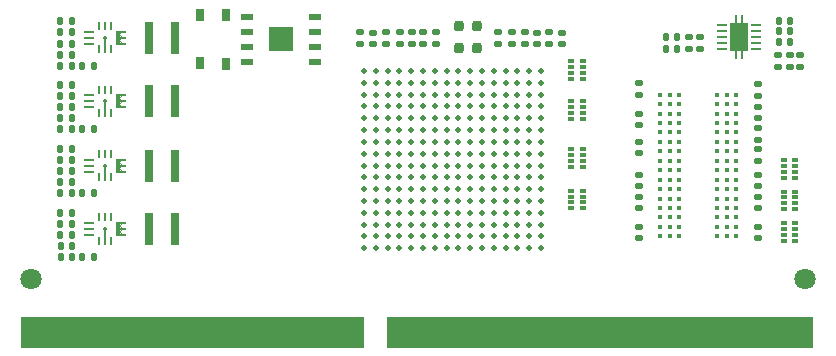
<source format=gbr>
%TF.GenerationSoftware,KiCad,Pcbnew,(6.0.4)*%
%TF.CreationDate,2022-07-06T17:02:14+08:00*%
%TF.ProjectId,XC6SLX25(FTG256)_Min,58433653-4c58-4323-9528-465447323536,rev?*%
%TF.SameCoordinates,Original*%
%TF.FileFunction,Soldermask,Top*%
%TF.FilePolarity,Negative*%
%FSLAX46Y46*%
G04 Gerber Fmt 4.6, Leading zero omitted, Abs format (unit mm)*
G04 Created by KiCad (PCBNEW (6.0.4)) date 2022-07-06 17:02:14*
%MOMM*%
%LPD*%
G01*
G04 APERTURE LIST*
G04 Aperture macros list*
%AMRoundRect*
0 Rectangle with rounded corners*
0 $1 Rounding radius*
0 $2 $3 $4 $5 $6 $7 $8 $9 X,Y pos of 4 corners*
0 Add a 4 corners polygon primitive as box body*
4,1,4,$2,$3,$4,$5,$6,$7,$8,$9,$2,$3,0*
0 Add four circle primitives for the rounded corners*
1,1,$1+$1,$2,$3*
1,1,$1+$1,$4,$5*
1,1,$1+$1,$6,$7*
1,1,$1+$1,$8,$9*
0 Add four rect primitives between the rounded corners*
20,1,$1+$1,$2,$3,$4,$5,0*
20,1,$1+$1,$4,$5,$6,$7,0*
20,1,$1+$1,$6,$7,$8,$9,0*
20,1,$1+$1,$8,$9,$2,$3,0*%
%AMOutline4P*
0 Free polygon, 4 corners , with rotation*
0 The origin of the aperture is its center*
0 number of corners: always 4*
0 $1 to $8 corner X, Y*
0 $9 Rotation angle, in degrees counterclockwise*
0 create outline with 4 corners*
4,1,4,$1,$2,$3,$4,$5,$6,$7,$8,$1,$2,$9*%
G04 Aperture macros list end*
%ADD10C,0.010000*%
%ADD11RoundRect,0.135000X0.135000X0.185000X-0.135000X0.185000X-0.135000X-0.185000X0.135000X-0.185000X0*%
%ADD12R,0.800000X2.700000*%
%ADD13RoundRect,0.135000X0.185000X-0.135000X0.185000X0.135000X-0.185000X0.135000X-0.185000X-0.135000X0*%
%ADD14RoundRect,0.140000X-0.140000X-0.170000X0.140000X-0.170000X0.140000X0.170000X-0.140000X0.170000X0*%
%ADD15RoundRect,0.135000X-0.185000X0.135000X-0.185000X-0.135000X0.185000X-0.135000X0.185000X0.135000X0*%
%ADD16RoundRect,0.140000X0.170000X-0.140000X0.170000X0.140000X-0.170000X0.140000X-0.170000X-0.140000X0*%
%ADD17RoundRect,0.135000X-0.135000X-0.185000X0.135000X-0.185000X0.135000X0.185000X-0.135000X0.185000X0*%
%ADD18R,0.500000X0.320000*%
%ADD19RoundRect,0.140000X0.140000X0.170000X-0.140000X0.170000X-0.140000X-0.170000X0.140000X-0.170000X0*%
%ADD20O,0.250000X0.750000*%
%ADD21O,0.900000X0.250000*%
%ADD22O,0.300000X0.500000*%
%ADD23Outline4P,-0.050000X-0.150000X0.050000X-0.150000X0.050000X0.150000X-0.050000X0.150000X225.000000*%
%ADD24Outline4P,-0.050000X-0.150000X0.050000X-0.150000X0.050000X0.150000X-0.050000X0.150000X135.000000*%
%ADD25RoundRect,0.100000X-0.100000X0.525000X-0.100000X-0.525000X0.100000X-0.525000X0.100000X0.525000X0*%
%ADD26Outline4P,-0.050000X-0.150000X0.050000X-0.150000X0.050000X0.150000X-0.050000X0.150000X45.000000*%
%ADD27R,0.650000X1.050000*%
%ADD28C,0.380000*%
%ADD29RoundRect,0.147500X-0.147500X-0.172500X0.147500X-0.172500X0.147500X0.172500X-0.147500X0.172500X0*%
%ADD30RoundRect,0.140000X-0.170000X0.140000X-0.170000X-0.140000X0.170000X-0.140000X0.170000X0.140000X0*%
%ADD31RoundRect,0.200000X-0.200000X-0.250000X0.200000X-0.250000X0.200000X0.250000X-0.200000X0.250000X0*%
%ADD32RoundRect,0.147500X0.172500X-0.147500X0.172500X0.147500X-0.172500X0.147500X-0.172500X-0.147500X0*%
%ADD33R,1.100000X0.500000*%
%ADD34R,2.000000X2.000000*%
%ADD35C,0.500000*%
%ADD36R,0.850000X0.280000*%
%ADD37R,1.650000X2.400000*%
%ADD38R,0.280000X0.700000*%
%ADD39C,1.800000*%
G04 APERTURE END LIST*
%TO.C,J1*%
G36*
X170100000Y-108210000D02*
G01*
X169650000Y-108210000D01*
X169650000Y-105610000D01*
X170100000Y-105610000D01*
X170100000Y-108210000D01*
G37*
D10*
X170100000Y-108210000D02*
X169650000Y-108210000D01*
X169650000Y-105610000D01*
X170100000Y-105610000D01*
X170100000Y-108210000D01*
G36*
X130600000Y-108210000D02*
G01*
X130150000Y-108210000D01*
X130150000Y-105610000D01*
X130600000Y-105610000D01*
X130600000Y-108210000D01*
G37*
X130600000Y-108210000D02*
X130150000Y-108210000D01*
X130150000Y-105610000D01*
X130600000Y-105610000D01*
X130600000Y-108210000D01*
G36*
X173100000Y-108210000D02*
G01*
X172650000Y-108210000D01*
X172650000Y-105610000D01*
X173100000Y-105610000D01*
X173100000Y-108210000D01*
G37*
X173100000Y-108210000D02*
X172650000Y-108210000D01*
X172650000Y-105610000D01*
X173100000Y-105610000D01*
X173100000Y-108210000D01*
G36*
X112100000Y-108210000D02*
G01*
X111650000Y-108210000D01*
X111650000Y-105610000D01*
X112100000Y-105610000D01*
X112100000Y-108210000D01*
G37*
X112100000Y-108210000D02*
X111650000Y-108210000D01*
X111650000Y-105610000D01*
X112100000Y-105610000D01*
X112100000Y-108210000D01*
G36*
X122100000Y-108210000D02*
G01*
X121650000Y-108210000D01*
X121650000Y-105610000D01*
X122100000Y-105610000D01*
X122100000Y-108210000D01*
G37*
X122100000Y-108210000D02*
X121650000Y-108210000D01*
X121650000Y-105610000D01*
X122100000Y-105610000D01*
X122100000Y-108210000D01*
G36*
X171600000Y-108210000D02*
G01*
X171150000Y-108210000D01*
X171150000Y-105610000D01*
X171600000Y-105610000D01*
X171600000Y-108210000D01*
G37*
X171600000Y-108210000D02*
X171150000Y-108210000D01*
X171150000Y-105610000D01*
X171600000Y-105610000D01*
X171600000Y-108210000D01*
G36*
X131100000Y-108210000D02*
G01*
X130650000Y-108210000D01*
X130650000Y-105610000D01*
X131100000Y-105610000D01*
X131100000Y-108210000D01*
G37*
X131100000Y-108210000D02*
X130650000Y-108210000D01*
X130650000Y-105610000D01*
X131100000Y-105610000D01*
X131100000Y-108210000D01*
G36*
X110600000Y-108210000D02*
G01*
X110150000Y-108210000D01*
X110150000Y-105610000D01*
X110600000Y-105610000D01*
X110600000Y-108210000D01*
G37*
X110600000Y-108210000D02*
X110150000Y-108210000D01*
X110150000Y-105610000D01*
X110600000Y-105610000D01*
X110600000Y-108210000D01*
G36*
X146100000Y-108210000D02*
G01*
X145650000Y-108210000D01*
X145650000Y-105610000D01*
X146100000Y-105610000D01*
X146100000Y-108210000D01*
G37*
X146100000Y-108210000D02*
X145650000Y-108210000D01*
X145650000Y-105610000D01*
X146100000Y-105610000D01*
X146100000Y-108210000D01*
G36*
X117600000Y-108210000D02*
G01*
X117150000Y-108210000D01*
X117150000Y-105610000D01*
X117600000Y-105610000D01*
X117600000Y-108210000D01*
G37*
X117600000Y-108210000D02*
X117150000Y-108210000D01*
X117150000Y-105610000D01*
X117600000Y-105610000D01*
X117600000Y-108210000D01*
G36*
X125100000Y-108210000D02*
G01*
X124650000Y-108210000D01*
X124650000Y-105610000D01*
X125100000Y-105610000D01*
X125100000Y-108210000D01*
G37*
X125100000Y-108210000D02*
X124650000Y-108210000D01*
X124650000Y-105610000D01*
X125100000Y-105610000D01*
X125100000Y-108210000D01*
G36*
X116600000Y-108210000D02*
G01*
X116150000Y-108210000D01*
X116150000Y-105610000D01*
X116600000Y-105610000D01*
X116600000Y-108210000D01*
G37*
X116600000Y-108210000D02*
X116150000Y-108210000D01*
X116150000Y-105610000D01*
X116600000Y-105610000D01*
X116600000Y-108210000D01*
G36*
X112600000Y-108210000D02*
G01*
X112150000Y-108210000D01*
X112150000Y-105610000D01*
X112600000Y-105610000D01*
X112600000Y-108210000D01*
G37*
X112600000Y-108210000D02*
X112150000Y-108210000D01*
X112150000Y-105610000D01*
X112600000Y-105610000D01*
X112600000Y-108210000D01*
G36*
X149100000Y-108210000D02*
G01*
X148650000Y-108210000D01*
X148650000Y-105610000D01*
X149100000Y-105610000D01*
X149100000Y-108210000D01*
G37*
X149100000Y-108210000D02*
X148650000Y-108210000D01*
X148650000Y-105610000D01*
X149100000Y-105610000D01*
X149100000Y-108210000D01*
G36*
X145600000Y-108210000D02*
G01*
X145150000Y-108210000D01*
X145150000Y-105610000D01*
X145600000Y-105610000D01*
X145600000Y-108210000D01*
G37*
X145600000Y-108210000D02*
X145150000Y-108210000D01*
X145150000Y-105610000D01*
X145600000Y-105610000D01*
X145600000Y-108210000D01*
G36*
X151600000Y-108210000D02*
G01*
X151150000Y-108210000D01*
X151150000Y-105610000D01*
X151600000Y-105610000D01*
X151600000Y-108210000D01*
G37*
X151600000Y-108210000D02*
X151150000Y-108210000D01*
X151150000Y-105610000D01*
X151600000Y-105610000D01*
X151600000Y-108210000D01*
G36*
X156100000Y-108210000D02*
G01*
X155650000Y-108210000D01*
X155650000Y-105610000D01*
X156100000Y-105610000D01*
X156100000Y-108210000D01*
G37*
X156100000Y-108210000D02*
X155650000Y-108210000D01*
X155650000Y-105610000D01*
X156100000Y-105610000D01*
X156100000Y-108210000D01*
G36*
X117100000Y-108210000D02*
G01*
X116650000Y-108210000D01*
X116650000Y-105610000D01*
X117100000Y-105610000D01*
X117100000Y-108210000D01*
G37*
X117100000Y-108210000D02*
X116650000Y-108210000D01*
X116650000Y-105610000D01*
X117100000Y-105610000D01*
X117100000Y-108210000D01*
G36*
X167100000Y-108210000D02*
G01*
X166650000Y-108210000D01*
X166650000Y-105610000D01*
X167100000Y-105610000D01*
X167100000Y-108210000D01*
G37*
X167100000Y-108210000D02*
X166650000Y-108210000D01*
X166650000Y-105610000D01*
X167100000Y-105610000D01*
X167100000Y-108210000D01*
G36*
X132100000Y-108210000D02*
G01*
X131650000Y-108210000D01*
X131650000Y-105610000D01*
X132100000Y-105610000D01*
X132100000Y-108210000D01*
G37*
X132100000Y-108210000D02*
X131650000Y-108210000D01*
X131650000Y-105610000D01*
X132100000Y-105610000D01*
X132100000Y-108210000D01*
G36*
X147600000Y-108210000D02*
G01*
X147150000Y-108210000D01*
X147150000Y-105610000D01*
X147600000Y-105610000D01*
X147600000Y-108210000D01*
G37*
X147600000Y-108210000D02*
X147150000Y-108210000D01*
X147150000Y-105610000D01*
X147600000Y-105610000D01*
X147600000Y-108210000D01*
G36*
X128600000Y-108210000D02*
G01*
X128150000Y-108210000D01*
X128150000Y-105610000D01*
X128600000Y-105610000D01*
X128600000Y-108210000D01*
G37*
X128600000Y-108210000D02*
X128150000Y-108210000D01*
X128150000Y-105610000D01*
X128600000Y-105610000D01*
X128600000Y-108210000D01*
G36*
X166600000Y-108210000D02*
G01*
X166150000Y-108210000D01*
X166150000Y-105610000D01*
X166600000Y-105610000D01*
X166600000Y-108210000D01*
G37*
X166600000Y-108210000D02*
X166150000Y-108210000D01*
X166150000Y-105610000D01*
X166600000Y-105610000D01*
X166600000Y-108210000D01*
G36*
X159100000Y-108210000D02*
G01*
X158650000Y-108210000D01*
X158650000Y-105610000D01*
X159100000Y-105610000D01*
X159100000Y-108210000D01*
G37*
X159100000Y-108210000D02*
X158650000Y-108210000D01*
X158650000Y-105610000D01*
X159100000Y-105610000D01*
X159100000Y-108210000D01*
G36*
X162600000Y-108210000D02*
G01*
X162150000Y-108210000D01*
X162150000Y-105610000D01*
X162600000Y-105610000D01*
X162600000Y-108210000D01*
G37*
X162600000Y-108210000D02*
X162150000Y-108210000D01*
X162150000Y-105610000D01*
X162600000Y-105610000D01*
X162600000Y-108210000D01*
G36*
X148100000Y-108210000D02*
G01*
X147650000Y-108210000D01*
X147650000Y-105610000D01*
X148100000Y-105610000D01*
X148100000Y-108210000D01*
G37*
X148100000Y-108210000D02*
X147650000Y-108210000D01*
X147650000Y-105610000D01*
X148100000Y-105610000D01*
X148100000Y-108210000D01*
G36*
X115100000Y-108210000D02*
G01*
X114650000Y-108210000D01*
X114650000Y-105610000D01*
X115100000Y-105610000D01*
X115100000Y-108210000D01*
G37*
X115100000Y-108210000D02*
X114650000Y-108210000D01*
X114650000Y-105610000D01*
X115100000Y-105610000D01*
X115100000Y-108210000D01*
G36*
X147100000Y-108210000D02*
G01*
X146650000Y-108210000D01*
X146650000Y-105610000D01*
X147100000Y-105610000D01*
X147100000Y-108210000D01*
G37*
X147100000Y-108210000D02*
X146650000Y-108210000D01*
X146650000Y-105610000D01*
X147100000Y-105610000D01*
X147100000Y-108210000D01*
G36*
X135100000Y-108210000D02*
G01*
X134650000Y-108210000D01*
X134650000Y-105610000D01*
X135100000Y-105610000D01*
X135100000Y-108210000D01*
G37*
X135100000Y-108210000D02*
X134650000Y-108210000D01*
X134650000Y-105610000D01*
X135100000Y-105610000D01*
X135100000Y-108210000D01*
G36*
X151100000Y-108210000D02*
G01*
X150650000Y-108210000D01*
X150650000Y-105610000D01*
X151100000Y-105610000D01*
X151100000Y-108210000D01*
G37*
X151100000Y-108210000D02*
X150650000Y-108210000D01*
X150650000Y-105610000D01*
X151100000Y-105610000D01*
X151100000Y-108210000D01*
G36*
X136100000Y-108210000D02*
G01*
X135650000Y-108210000D01*
X135650000Y-105610000D01*
X136100000Y-105610000D01*
X136100000Y-108210000D01*
G37*
X136100000Y-108210000D02*
X135650000Y-108210000D01*
X135650000Y-105610000D01*
X136100000Y-105610000D01*
X136100000Y-108210000D01*
G36*
X163600000Y-108210000D02*
G01*
X163150000Y-108210000D01*
X163150000Y-105610000D01*
X163600000Y-105610000D01*
X163600000Y-108210000D01*
G37*
X163600000Y-108210000D02*
X163150000Y-108210000D01*
X163150000Y-105610000D01*
X163600000Y-105610000D01*
X163600000Y-108210000D01*
G36*
X159600000Y-108210000D02*
G01*
X159150000Y-108210000D01*
X159150000Y-105610000D01*
X159600000Y-105610000D01*
X159600000Y-108210000D01*
G37*
X159600000Y-108210000D02*
X159150000Y-108210000D01*
X159150000Y-105610000D01*
X159600000Y-105610000D01*
X159600000Y-108210000D01*
G36*
X168100000Y-108210000D02*
G01*
X167650000Y-108210000D01*
X167650000Y-105610000D01*
X168100000Y-105610000D01*
X168100000Y-108210000D01*
G37*
X168100000Y-108210000D02*
X167650000Y-108210000D01*
X167650000Y-105610000D01*
X168100000Y-105610000D01*
X168100000Y-108210000D01*
G36*
X121100000Y-108210000D02*
G01*
X120650000Y-108210000D01*
X120650000Y-105610000D01*
X121100000Y-105610000D01*
X121100000Y-108210000D01*
G37*
X121100000Y-108210000D02*
X120650000Y-108210000D01*
X120650000Y-105610000D01*
X121100000Y-105610000D01*
X121100000Y-108210000D01*
G36*
X113600000Y-108210000D02*
G01*
X113150000Y-108210000D01*
X113150000Y-105610000D01*
X113600000Y-105610000D01*
X113600000Y-108210000D01*
G37*
X113600000Y-108210000D02*
X113150000Y-108210000D01*
X113150000Y-105610000D01*
X113600000Y-105610000D01*
X113600000Y-108210000D01*
G36*
X127100000Y-108210000D02*
G01*
X126650000Y-108210000D01*
X126650000Y-105610000D01*
X127100000Y-105610000D01*
X127100000Y-108210000D01*
G37*
X127100000Y-108210000D02*
X126650000Y-108210000D01*
X126650000Y-105610000D01*
X127100000Y-105610000D01*
X127100000Y-108210000D01*
G36*
X115600000Y-108210000D02*
G01*
X115150000Y-108210000D01*
X115150000Y-105610000D01*
X115600000Y-105610000D01*
X115600000Y-108210000D01*
G37*
X115600000Y-108210000D02*
X115150000Y-108210000D01*
X115150000Y-105610000D01*
X115600000Y-105610000D01*
X115600000Y-108210000D01*
G36*
X143600000Y-108210000D02*
G01*
X143150000Y-108210000D01*
X143150000Y-105610000D01*
X143600000Y-105610000D01*
X143600000Y-108210000D01*
G37*
X143600000Y-108210000D02*
X143150000Y-108210000D01*
X143150000Y-105610000D01*
X143600000Y-105610000D01*
X143600000Y-108210000D01*
G36*
X144100000Y-108210000D02*
G01*
X143650000Y-108210000D01*
X143650000Y-105610000D01*
X144100000Y-105610000D01*
X144100000Y-108210000D01*
G37*
X144100000Y-108210000D02*
X143650000Y-108210000D01*
X143650000Y-105610000D01*
X144100000Y-105610000D01*
X144100000Y-108210000D01*
G36*
X161100000Y-108210000D02*
G01*
X160650000Y-108210000D01*
X160650000Y-105610000D01*
X161100000Y-105610000D01*
X161100000Y-108210000D01*
G37*
X161100000Y-108210000D02*
X160650000Y-108210000D01*
X160650000Y-105610000D01*
X161100000Y-105610000D01*
X161100000Y-108210000D01*
G36*
X125600000Y-108210000D02*
G01*
X125150000Y-108210000D01*
X125150000Y-105610000D01*
X125600000Y-105610000D01*
X125600000Y-108210000D01*
G37*
X125600000Y-108210000D02*
X125150000Y-108210000D01*
X125150000Y-105610000D01*
X125600000Y-105610000D01*
X125600000Y-108210000D01*
G36*
X138600000Y-108210000D02*
G01*
X138150000Y-108210000D01*
X138150000Y-105610000D01*
X138600000Y-105610000D01*
X138600000Y-108210000D01*
G37*
X138600000Y-108210000D02*
X138150000Y-108210000D01*
X138150000Y-105610000D01*
X138600000Y-105610000D01*
X138600000Y-108210000D01*
G36*
X163100000Y-108210000D02*
G01*
X162650000Y-108210000D01*
X162650000Y-105610000D01*
X163100000Y-105610000D01*
X163100000Y-108210000D01*
G37*
X163100000Y-108210000D02*
X162650000Y-108210000D01*
X162650000Y-105610000D01*
X163100000Y-105610000D01*
X163100000Y-108210000D01*
G36*
X116100000Y-108210000D02*
G01*
X115650000Y-108210000D01*
X115650000Y-105610000D01*
X116100000Y-105610000D01*
X116100000Y-108210000D01*
G37*
X116100000Y-108210000D02*
X115650000Y-108210000D01*
X115650000Y-105610000D01*
X116100000Y-105610000D01*
X116100000Y-108210000D01*
G36*
X108100000Y-108210000D02*
G01*
X107650000Y-108210000D01*
X107650000Y-105610000D01*
X108100000Y-105610000D01*
X108100000Y-108210000D01*
G37*
X108100000Y-108210000D02*
X107650000Y-108210000D01*
X107650000Y-105610000D01*
X108100000Y-105610000D01*
X108100000Y-108210000D01*
G36*
X174100000Y-108210000D02*
G01*
X173650000Y-108210000D01*
X173650000Y-105610000D01*
X174100000Y-105610000D01*
X174100000Y-108210000D01*
G37*
X174100000Y-108210000D02*
X173650000Y-108210000D01*
X173650000Y-105610000D01*
X174100000Y-105610000D01*
X174100000Y-108210000D01*
G36*
X167600000Y-108210000D02*
G01*
X167150000Y-108210000D01*
X167150000Y-105610000D01*
X167600000Y-105610000D01*
X167600000Y-108210000D01*
G37*
X167600000Y-108210000D02*
X167150000Y-108210000D01*
X167150000Y-105610000D01*
X167600000Y-105610000D01*
X167600000Y-108210000D01*
G36*
X111100000Y-108210000D02*
G01*
X110650000Y-108210000D01*
X110650000Y-105610000D01*
X111100000Y-105610000D01*
X111100000Y-108210000D01*
G37*
X111100000Y-108210000D02*
X110650000Y-108210000D01*
X110650000Y-105610000D01*
X111100000Y-105610000D01*
X111100000Y-108210000D01*
G36*
X107600000Y-108210000D02*
G01*
X107150000Y-108210000D01*
X107150000Y-105610000D01*
X107600000Y-105610000D01*
X107600000Y-108210000D01*
G37*
X107600000Y-108210000D02*
X107150000Y-108210000D01*
X107150000Y-105610000D01*
X107600000Y-105610000D01*
X107600000Y-108210000D01*
G36*
X130100000Y-108210000D02*
G01*
X129650000Y-108210000D01*
X129650000Y-105610000D01*
X130100000Y-105610000D01*
X130100000Y-108210000D01*
G37*
X130100000Y-108210000D02*
X129650000Y-108210000D01*
X129650000Y-105610000D01*
X130100000Y-105610000D01*
X130100000Y-108210000D01*
G36*
X171100000Y-108210000D02*
G01*
X170650000Y-108210000D01*
X170650000Y-105610000D01*
X171100000Y-105610000D01*
X171100000Y-108210000D01*
G37*
X171100000Y-108210000D02*
X170650000Y-108210000D01*
X170650000Y-105610000D01*
X171100000Y-105610000D01*
X171100000Y-108210000D01*
G36*
X108600000Y-108210000D02*
G01*
X108150000Y-108210000D01*
X108150000Y-105610000D01*
X108600000Y-105610000D01*
X108600000Y-108210000D01*
G37*
X108600000Y-108210000D02*
X108150000Y-108210000D01*
X108150000Y-105610000D01*
X108600000Y-105610000D01*
X108600000Y-108210000D01*
G36*
X155600000Y-108210000D02*
G01*
X155150000Y-108210000D01*
X155150000Y-105610000D01*
X155600000Y-105610000D01*
X155600000Y-108210000D01*
G37*
X155600000Y-108210000D02*
X155150000Y-108210000D01*
X155150000Y-105610000D01*
X155600000Y-105610000D01*
X155600000Y-108210000D01*
G36*
X158100000Y-108210000D02*
G01*
X157650000Y-108210000D01*
X157650000Y-105610000D01*
X158100000Y-105610000D01*
X158100000Y-108210000D01*
G37*
X158100000Y-108210000D02*
X157650000Y-108210000D01*
X157650000Y-105610000D01*
X158100000Y-105610000D01*
X158100000Y-108210000D01*
G36*
X133600000Y-108210000D02*
G01*
X133150000Y-108210000D01*
X133150000Y-105610000D01*
X133600000Y-105610000D01*
X133600000Y-108210000D01*
G37*
X133600000Y-108210000D02*
X133150000Y-108210000D01*
X133150000Y-105610000D01*
X133600000Y-105610000D01*
X133600000Y-108210000D01*
G36*
X143100000Y-108210000D02*
G01*
X142650000Y-108210000D01*
X142650000Y-105610000D01*
X143100000Y-105610000D01*
X143100000Y-108210000D01*
G37*
X143100000Y-108210000D02*
X142650000Y-108210000D01*
X142650000Y-105610000D01*
X143100000Y-105610000D01*
X143100000Y-108210000D01*
G36*
X146600000Y-108210000D02*
G01*
X146150000Y-108210000D01*
X146150000Y-105610000D01*
X146600000Y-105610000D01*
X146600000Y-108210000D01*
G37*
X146600000Y-108210000D02*
X146150000Y-108210000D01*
X146150000Y-105610000D01*
X146600000Y-105610000D01*
X146600000Y-108210000D01*
G36*
X119100000Y-108210000D02*
G01*
X118650000Y-108210000D01*
X118650000Y-105610000D01*
X119100000Y-105610000D01*
X119100000Y-108210000D01*
G37*
X119100000Y-108210000D02*
X118650000Y-108210000D01*
X118650000Y-105610000D01*
X119100000Y-105610000D01*
X119100000Y-108210000D01*
G36*
X155100000Y-108210000D02*
G01*
X154650000Y-108210000D01*
X154650000Y-105610000D01*
X155100000Y-105610000D01*
X155100000Y-108210000D01*
G37*
X155100000Y-108210000D02*
X154650000Y-108210000D01*
X154650000Y-105610000D01*
X155100000Y-105610000D01*
X155100000Y-108210000D01*
G36*
X121600000Y-108210000D02*
G01*
X121150000Y-108210000D01*
X121150000Y-105610000D01*
X121600000Y-105610000D01*
X121600000Y-108210000D01*
G37*
X121600000Y-108210000D02*
X121150000Y-108210000D01*
X121150000Y-105610000D01*
X121600000Y-105610000D01*
X121600000Y-108210000D01*
G36*
X166100000Y-108210000D02*
G01*
X165650000Y-108210000D01*
X165650000Y-105610000D01*
X166100000Y-105610000D01*
X166100000Y-108210000D01*
G37*
X166100000Y-108210000D02*
X165650000Y-108210000D01*
X165650000Y-105610000D01*
X166100000Y-105610000D01*
X166100000Y-108210000D01*
G36*
X122600000Y-108210000D02*
G01*
X122150000Y-108210000D01*
X122150000Y-105610000D01*
X122600000Y-105610000D01*
X122600000Y-108210000D01*
G37*
X122600000Y-108210000D02*
X122150000Y-108210000D01*
X122150000Y-105610000D01*
X122600000Y-105610000D01*
X122600000Y-108210000D01*
G36*
X150100000Y-108210000D02*
G01*
X149650000Y-108210000D01*
X149650000Y-105610000D01*
X150100000Y-105610000D01*
X150100000Y-108210000D01*
G37*
X150100000Y-108210000D02*
X149650000Y-108210000D01*
X149650000Y-105610000D01*
X150100000Y-105610000D01*
X150100000Y-108210000D01*
G36*
X135600000Y-108210000D02*
G01*
X135150000Y-108210000D01*
X135150000Y-105610000D01*
X135600000Y-105610000D01*
X135600000Y-108210000D01*
G37*
X135600000Y-108210000D02*
X135150000Y-108210000D01*
X135150000Y-105610000D01*
X135600000Y-105610000D01*
X135600000Y-108210000D01*
G36*
X132600000Y-108210000D02*
G01*
X132150000Y-108210000D01*
X132150000Y-105610000D01*
X132600000Y-105610000D01*
X132600000Y-108210000D01*
G37*
X132600000Y-108210000D02*
X132150000Y-108210000D01*
X132150000Y-105610000D01*
X132600000Y-105610000D01*
X132600000Y-108210000D01*
G36*
X126100000Y-108210000D02*
G01*
X125650000Y-108210000D01*
X125650000Y-105610000D01*
X126100000Y-105610000D01*
X126100000Y-108210000D01*
G37*
X126100000Y-108210000D02*
X125650000Y-108210000D01*
X125650000Y-105610000D01*
X126100000Y-105610000D01*
X126100000Y-108210000D01*
G36*
X119600000Y-108210000D02*
G01*
X119150000Y-108210000D01*
X119150000Y-105610000D01*
X119600000Y-105610000D01*
X119600000Y-108210000D01*
G37*
X119600000Y-108210000D02*
X119150000Y-108210000D01*
X119150000Y-105610000D01*
X119600000Y-105610000D01*
X119600000Y-108210000D01*
G36*
X173600000Y-108210000D02*
G01*
X173150000Y-108210000D01*
X173150000Y-105610000D01*
X173600000Y-105610000D01*
X173600000Y-108210000D01*
G37*
X173600000Y-108210000D02*
X173150000Y-108210000D01*
X173150000Y-105610000D01*
X173600000Y-105610000D01*
X173600000Y-108210000D01*
G36*
X128100000Y-108210000D02*
G01*
X127650000Y-108210000D01*
X127650000Y-105610000D01*
X128100000Y-105610000D01*
X128100000Y-108210000D01*
G37*
X128100000Y-108210000D02*
X127650000Y-108210000D01*
X127650000Y-105610000D01*
X128100000Y-105610000D01*
X128100000Y-108210000D01*
G36*
X134100000Y-108210000D02*
G01*
X133650000Y-108210000D01*
X133650000Y-105610000D01*
X134100000Y-105610000D01*
X134100000Y-108210000D01*
G37*
X134100000Y-108210000D02*
X133650000Y-108210000D01*
X133650000Y-105610000D01*
X134100000Y-105610000D01*
X134100000Y-108210000D01*
G36*
X113100000Y-108210000D02*
G01*
X112650000Y-108210000D01*
X112650000Y-105610000D01*
X113100000Y-105610000D01*
X113100000Y-108210000D01*
G37*
X113100000Y-108210000D02*
X112650000Y-108210000D01*
X112650000Y-105610000D01*
X113100000Y-105610000D01*
X113100000Y-108210000D01*
G36*
X142600000Y-108210000D02*
G01*
X142150000Y-108210000D01*
X142150000Y-105610000D01*
X142600000Y-105610000D01*
X142600000Y-108210000D01*
G37*
X142600000Y-108210000D02*
X142150000Y-108210000D01*
X142150000Y-105610000D01*
X142600000Y-105610000D01*
X142600000Y-108210000D01*
G36*
X165600000Y-108210000D02*
G01*
X165150000Y-108210000D01*
X165150000Y-105610000D01*
X165600000Y-105610000D01*
X165600000Y-108210000D01*
G37*
X165600000Y-108210000D02*
X165150000Y-108210000D01*
X165150000Y-105610000D01*
X165600000Y-105610000D01*
X165600000Y-108210000D01*
G36*
X164600000Y-108210000D02*
G01*
X164150000Y-108210000D01*
X164150000Y-105610000D01*
X164600000Y-105610000D01*
X164600000Y-108210000D01*
G37*
X164600000Y-108210000D02*
X164150000Y-108210000D01*
X164150000Y-105610000D01*
X164600000Y-105610000D01*
X164600000Y-108210000D01*
G36*
X153100000Y-108210000D02*
G01*
X152650000Y-108210000D01*
X152650000Y-105610000D01*
X153100000Y-105610000D01*
X153100000Y-108210000D01*
G37*
X153100000Y-108210000D02*
X152650000Y-108210000D01*
X152650000Y-105610000D01*
X153100000Y-105610000D01*
X153100000Y-108210000D01*
G36*
X149600000Y-108210000D02*
G01*
X149150000Y-108210000D01*
X149150000Y-105610000D01*
X149600000Y-105610000D01*
X149600000Y-108210000D01*
G37*
X149600000Y-108210000D02*
X149150000Y-108210000D01*
X149150000Y-105610000D01*
X149600000Y-105610000D01*
X149600000Y-108210000D01*
G36*
X118600000Y-108210000D02*
G01*
X118150000Y-108210000D01*
X118150000Y-105610000D01*
X118600000Y-105610000D01*
X118600000Y-108210000D01*
G37*
X118600000Y-108210000D02*
X118150000Y-108210000D01*
X118150000Y-105610000D01*
X118600000Y-105610000D01*
X118600000Y-108210000D01*
G36*
X156600000Y-108210000D02*
G01*
X156150000Y-108210000D01*
X156150000Y-105610000D01*
X156600000Y-105610000D01*
X156600000Y-108210000D01*
G37*
X156600000Y-108210000D02*
X156150000Y-108210000D01*
X156150000Y-105610000D01*
X156600000Y-105610000D01*
X156600000Y-108210000D01*
G36*
X118100000Y-108210000D02*
G01*
X117650000Y-108210000D01*
X117650000Y-105610000D01*
X118100000Y-105610000D01*
X118100000Y-108210000D01*
G37*
X118100000Y-108210000D02*
X117650000Y-108210000D01*
X117650000Y-105610000D01*
X118100000Y-105610000D01*
X118100000Y-108210000D01*
G36*
X120100000Y-108210000D02*
G01*
X119650000Y-108210000D01*
X119650000Y-105610000D01*
X120100000Y-105610000D01*
X120100000Y-108210000D01*
G37*
X120100000Y-108210000D02*
X119650000Y-108210000D01*
X119650000Y-105610000D01*
X120100000Y-105610000D01*
X120100000Y-108210000D01*
G36*
X145100000Y-108210000D02*
G01*
X144650000Y-108210000D01*
X144650000Y-105610000D01*
X145100000Y-105610000D01*
X145100000Y-108210000D01*
G37*
X145100000Y-108210000D02*
X144650000Y-108210000D01*
X144650000Y-105610000D01*
X145100000Y-105610000D01*
X145100000Y-108210000D01*
G36*
X129100000Y-108210000D02*
G01*
X128650000Y-108210000D01*
X128650000Y-105610000D01*
X129100000Y-105610000D01*
X129100000Y-108210000D01*
G37*
X129100000Y-108210000D02*
X128650000Y-108210000D01*
X128650000Y-105610000D01*
X129100000Y-105610000D01*
X129100000Y-108210000D01*
G36*
X162100000Y-108210000D02*
G01*
X161650000Y-108210000D01*
X161650000Y-105610000D01*
X162100000Y-105610000D01*
X162100000Y-108210000D01*
G37*
X162100000Y-108210000D02*
X161650000Y-108210000D01*
X161650000Y-105610000D01*
X162100000Y-105610000D01*
X162100000Y-108210000D01*
G36*
X158600000Y-108210000D02*
G01*
X158150000Y-108210000D01*
X158150000Y-105610000D01*
X158600000Y-105610000D01*
X158600000Y-108210000D01*
G37*
X158600000Y-108210000D02*
X158150000Y-108210000D01*
X158150000Y-105610000D01*
X158600000Y-105610000D01*
X158600000Y-108210000D01*
G36*
X127600000Y-108210000D02*
G01*
X127150000Y-108210000D01*
X127150000Y-105610000D01*
X127600000Y-105610000D01*
X127600000Y-108210000D01*
G37*
X127600000Y-108210000D02*
X127150000Y-108210000D01*
X127150000Y-105610000D01*
X127600000Y-105610000D01*
X127600000Y-108210000D01*
G36*
X114600000Y-108210000D02*
G01*
X114150000Y-108210000D01*
X114150000Y-105610000D01*
X114600000Y-105610000D01*
X114600000Y-108210000D01*
G37*
X114600000Y-108210000D02*
X114150000Y-108210000D01*
X114150000Y-105610000D01*
X114600000Y-105610000D01*
X114600000Y-108210000D01*
G36*
X142100000Y-108210000D02*
G01*
X141650000Y-108210000D01*
X141650000Y-105610000D01*
X142100000Y-105610000D01*
X142100000Y-108210000D01*
G37*
X142100000Y-108210000D02*
X141650000Y-108210000D01*
X141650000Y-105610000D01*
X142100000Y-105610000D01*
X142100000Y-108210000D01*
G36*
X170600000Y-108210000D02*
G01*
X170150000Y-108210000D01*
X170150000Y-105610000D01*
X170600000Y-105610000D01*
X170600000Y-108210000D01*
G37*
X170600000Y-108210000D02*
X170150000Y-108210000D01*
X170150000Y-105610000D01*
X170600000Y-105610000D01*
X170600000Y-108210000D01*
G36*
X152100000Y-108210000D02*
G01*
X151650000Y-108210000D01*
X151650000Y-105610000D01*
X152100000Y-105610000D01*
X152100000Y-108210000D01*
G37*
X152100000Y-108210000D02*
X151650000Y-108210000D01*
X151650000Y-105610000D01*
X152100000Y-105610000D01*
X152100000Y-108210000D01*
G36*
X169100000Y-108210000D02*
G01*
X168650000Y-108210000D01*
X168650000Y-105610000D01*
X169100000Y-105610000D01*
X169100000Y-108210000D01*
G37*
X169100000Y-108210000D02*
X168650000Y-108210000D01*
X168650000Y-105610000D01*
X169100000Y-105610000D01*
X169100000Y-108210000D01*
G36*
X160600000Y-108210000D02*
G01*
X160150000Y-108210000D01*
X160150000Y-105610000D01*
X160600000Y-105610000D01*
X160600000Y-108210000D01*
G37*
X160600000Y-108210000D02*
X160150000Y-108210000D01*
X160150000Y-105610000D01*
X160600000Y-105610000D01*
X160600000Y-108210000D01*
G36*
X152600000Y-108210000D02*
G01*
X152150000Y-108210000D01*
X152150000Y-105610000D01*
X152600000Y-105610000D01*
X152600000Y-108210000D01*
G37*
X152600000Y-108210000D02*
X152150000Y-108210000D01*
X152150000Y-105610000D01*
X152600000Y-105610000D01*
X152600000Y-108210000D01*
G36*
X123600000Y-108210000D02*
G01*
X123150000Y-108210000D01*
X123150000Y-105610000D01*
X123600000Y-105610000D01*
X123600000Y-108210000D01*
G37*
X123600000Y-108210000D02*
X123150000Y-108210000D01*
X123150000Y-105610000D01*
X123600000Y-105610000D01*
X123600000Y-108210000D01*
G36*
X161600000Y-108210000D02*
G01*
X161150000Y-108210000D01*
X161150000Y-105610000D01*
X161600000Y-105610000D01*
X161600000Y-108210000D01*
G37*
X161600000Y-108210000D02*
X161150000Y-108210000D01*
X161150000Y-105610000D01*
X161600000Y-105610000D01*
X161600000Y-108210000D01*
G36*
X157100000Y-108210000D02*
G01*
X156650000Y-108210000D01*
X156650000Y-105610000D01*
X157100000Y-105610000D01*
X157100000Y-108210000D01*
G37*
X157100000Y-108210000D02*
X156650000Y-108210000D01*
X156650000Y-105610000D01*
X157100000Y-105610000D01*
X157100000Y-108210000D01*
G36*
X139100000Y-108210000D02*
G01*
X138650000Y-108210000D01*
X138650000Y-105610000D01*
X139100000Y-105610000D01*
X139100000Y-108210000D01*
G37*
X139100000Y-108210000D02*
X138650000Y-108210000D01*
X138650000Y-105610000D01*
X139100000Y-105610000D01*
X139100000Y-108210000D01*
G36*
X133100000Y-108210000D02*
G01*
X132650000Y-108210000D01*
X132650000Y-105610000D01*
X133100000Y-105610000D01*
X133100000Y-108210000D01*
G37*
X133100000Y-108210000D02*
X132650000Y-108210000D01*
X132650000Y-105610000D01*
X133100000Y-105610000D01*
X133100000Y-108210000D01*
G36*
X129600000Y-108210000D02*
G01*
X129150000Y-108210000D01*
X129150000Y-105610000D01*
X129600000Y-105610000D01*
X129600000Y-108210000D01*
G37*
X129600000Y-108210000D02*
X129150000Y-108210000D01*
X129150000Y-105610000D01*
X129600000Y-105610000D01*
X129600000Y-108210000D01*
G36*
X134600000Y-108210000D02*
G01*
X134150000Y-108210000D01*
X134150000Y-105610000D01*
X134600000Y-105610000D01*
X134600000Y-108210000D01*
G37*
X134600000Y-108210000D02*
X134150000Y-108210000D01*
X134150000Y-105610000D01*
X134600000Y-105610000D01*
X134600000Y-108210000D01*
G36*
X172600000Y-108210000D02*
G01*
X172150000Y-108210000D01*
X172150000Y-105610000D01*
X172600000Y-105610000D01*
X172600000Y-108210000D01*
G37*
X172600000Y-108210000D02*
X172150000Y-108210000D01*
X172150000Y-105610000D01*
X172600000Y-105610000D01*
X172600000Y-108210000D01*
G36*
X140100000Y-108210000D02*
G01*
X139650000Y-108210000D01*
X139650000Y-105610000D01*
X140100000Y-105610000D01*
X140100000Y-108210000D01*
G37*
X140100000Y-108210000D02*
X139650000Y-108210000D01*
X139650000Y-105610000D01*
X140100000Y-105610000D01*
X140100000Y-108210000D01*
G36*
X126600000Y-108210000D02*
G01*
X126150000Y-108210000D01*
X126150000Y-105610000D01*
X126600000Y-105610000D01*
X126600000Y-108210000D01*
G37*
X126600000Y-108210000D02*
X126150000Y-108210000D01*
X126150000Y-105610000D01*
X126600000Y-105610000D01*
X126600000Y-108210000D01*
G36*
X154600000Y-108210000D02*
G01*
X154150000Y-108210000D01*
X154150000Y-105610000D01*
X154600000Y-105610000D01*
X154600000Y-108210000D01*
G37*
X154600000Y-108210000D02*
X154150000Y-108210000D01*
X154150000Y-105610000D01*
X154600000Y-105610000D01*
X154600000Y-108210000D01*
G36*
X164100000Y-108210000D02*
G01*
X163650000Y-108210000D01*
X163650000Y-105610000D01*
X164100000Y-105610000D01*
X164100000Y-108210000D01*
G37*
X164100000Y-108210000D02*
X163650000Y-108210000D01*
X163650000Y-105610000D01*
X164100000Y-105610000D01*
X164100000Y-108210000D01*
G36*
X168600000Y-108210000D02*
G01*
X168150000Y-108210000D01*
X168150000Y-105610000D01*
X168600000Y-105610000D01*
X168600000Y-108210000D01*
G37*
X168600000Y-108210000D02*
X168150000Y-108210000D01*
X168150000Y-105610000D01*
X168600000Y-105610000D01*
X168600000Y-108210000D01*
G36*
X141100000Y-108210000D02*
G01*
X140650000Y-108210000D01*
X140650000Y-105610000D01*
X141100000Y-105610000D01*
X141100000Y-108210000D01*
G37*
X141100000Y-108210000D02*
X140650000Y-108210000D01*
X140650000Y-105610000D01*
X141100000Y-105610000D01*
X141100000Y-108210000D01*
G36*
X157600000Y-108210000D02*
G01*
X157150000Y-108210000D01*
X157150000Y-105610000D01*
X157600000Y-105610000D01*
X157600000Y-108210000D01*
G37*
X157600000Y-108210000D02*
X157150000Y-108210000D01*
X157150000Y-105610000D01*
X157600000Y-105610000D01*
X157600000Y-108210000D01*
G36*
X111600000Y-108210000D02*
G01*
X111150000Y-108210000D01*
X111150000Y-105610000D01*
X111600000Y-105610000D01*
X111600000Y-108210000D01*
G37*
X111600000Y-108210000D02*
X111150000Y-108210000D01*
X111150000Y-105610000D01*
X111600000Y-105610000D01*
X111600000Y-108210000D01*
G36*
X153600000Y-108210000D02*
G01*
X153150000Y-108210000D01*
X153150000Y-105610000D01*
X153600000Y-105610000D01*
X153600000Y-108210000D01*
G37*
X153600000Y-108210000D02*
X153150000Y-108210000D01*
X153150000Y-105610000D01*
X153600000Y-105610000D01*
X153600000Y-108210000D01*
G36*
X140600000Y-108210000D02*
G01*
X140150000Y-108210000D01*
X140150000Y-105610000D01*
X140600000Y-105610000D01*
X140600000Y-108210000D01*
G37*
X140600000Y-108210000D02*
X140150000Y-108210000D01*
X140150000Y-105610000D01*
X140600000Y-105610000D01*
X140600000Y-108210000D01*
G36*
X124600000Y-108210000D02*
G01*
X124150000Y-108210000D01*
X124150000Y-105610000D01*
X124600000Y-105610000D01*
X124600000Y-108210000D01*
G37*
X124600000Y-108210000D02*
X124150000Y-108210000D01*
X124150000Y-105610000D01*
X124600000Y-105610000D01*
X124600000Y-108210000D01*
G36*
X172100000Y-108210000D02*
G01*
X171650000Y-108210000D01*
X171650000Y-105610000D01*
X172100000Y-105610000D01*
X172100000Y-108210000D01*
G37*
X172100000Y-108210000D02*
X171650000Y-108210000D01*
X171650000Y-105610000D01*
X172100000Y-105610000D01*
X172100000Y-108210000D01*
G36*
X131600000Y-108210000D02*
G01*
X131150000Y-108210000D01*
X131150000Y-105610000D01*
X131600000Y-105610000D01*
X131600000Y-108210000D01*
G37*
X131600000Y-108210000D02*
X131150000Y-108210000D01*
X131150000Y-105610000D01*
X131600000Y-105610000D01*
X131600000Y-108210000D01*
G36*
X144600000Y-108210000D02*
G01*
X144150000Y-108210000D01*
X144150000Y-105610000D01*
X144600000Y-105610000D01*
X144600000Y-108210000D01*
G37*
X144600000Y-108210000D02*
X144150000Y-108210000D01*
X144150000Y-105610000D01*
X144600000Y-105610000D01*
X144600000Y-108210000D01*
G36*
X139600000Y-108210000D02*
G01*
X139150000Y-108210000D01*
X139150000Y-105610000D01*
X139600000Y-105610000D01*
X139600000Y-108210000D01*
G37*
X139600000Y-108210000D02*
X139150000Y-108210000D01*
X139150000Y-105610000D01*
X139600000Y-105610000D01*
X139600000Y-108210000D01*
G36*
X141600000Y-108210000D02*
G01*
X141150000Y-108210000D01*
X141150000Y-105610000D01*
X141600000Y-105610000D01*
X141600000Y-108210000D01*
G37*
X141600000Y-108210000D02*
X141150000Y-108210000D01*
X141150000Y-105610000D01*
X141600000Y-105610000D01*
X141600000Y-108210000D01*
G36*
X160100000Y-108210000D02*
G01*
X159650000Y-108210000D01*
X159650000Y-105610000D01*
X160100000Y-105610000D01*
X160100000Y-108210000D01*
G37*
X160100000Y-108210000D02*
X159650000Y-108210000D01*
X159650000Y-105610000D01*
X160100000Y-105610000D01*
X160100000Y-108210000D01*
G36*
X150600000Y-108210000D02*
G01*
X150150000Y-108210000D01*
X150150000Y-105610000D01*
X150600000Y-105610000D01*
X150600000Y-108210000D01*
G37*
X150600000Y-108210000D02*
X150150000Y-108210000D01*
X150150000Y-105610000D01*
X150600000Y-105610000D01*
X150600000Y-108210000D01*
G36*
X109100000Y-108210000D02*
G01*
X108650000Y-108210000D01*
X108650000Y-105610000D01*
X109100000Y-105610000D01*
X109100000Y-108210000D01*
G37*
X109100000Y-108210000D02*
X108650000Y-108210000D01*
X108650000Y-105610000D01*
X109100000Y-105610000D01*
X109100000Y-108210000D01*
G36*
X124100000Y-108210000D02*
G01*
X123650000Y-108210000D01*
X123650000Y-105610000D01*
X124100000Y-105610000D01*
X124100000Y-108210000D01*
G37*
X124100000Y-108210000D02*
X123650000Y-108210000D01*
X123650000Y-105610000D01*
X124100000Y-105610000D01*
X124100000Y-108210000D01*
G36*
X154100000Y-108210000D02*
G01*
X153650000Y-108210000D01*
X153650000Y-105610000D01*
X154100000Y-105610000D01*
X154100000Y-108210000D01*
G37*
X154100000Y-108210000D02*
X153650000Y-108210000D01*
X153650000Y-105610000D01*
X154100000Y-105610000D01*
X154100000Y-108210000D01*
G36*
X169600000Y-108210000D02*
G01*
X169150000Y-108210000D01*
X169150000Y-105610000D01*
X169600000Y-105610000D01*
X169600000Y-108210000D01*
G37*
X169600000Y-108210000D02*
X169150000Y-108210000D01*
X169150000Y-105610000D01*
X169600000Y-105610000D01*
X169600000Y-108210000D01*
G36*
X165100000Y-108210000D02*
G01*
X164650000Y-108210000D01*
X164650000Y-105610000D01*
X165100000Y-105610000D01*
X165100000Y-108210000D01*
G37*
X165100000Y-108210000D02*
X164650000Y-108210000D01*
X164650000Y-105610000D01*
X165100000Y-105610000D01*
X165100000Y-108210000D01*
G36*
X123100000Y-108210000D02*
G01*
X122650000Y-108210000D01*
X122650000Y-105610000D01*
X123100000Y-105610000D01*
X123100000Y-108210000D01*
G37*
X123100000Y-108210000D02*
X122650000Y-108210000D01*
X122650000Y-105610000D01*
X123100000Y-105610000D01*
X123100000Y-108210000D01*
G36*
X148600000Y-108210000D02*
G01*
X148150000Y-108210000D01*
X148150000Y-105610000D01*
X148600000Y-105610000D01*
X148600000Y-108210000D01*
G37*
X148600000Y-108210000D02*
X148150000Y-108210000D01*
X148150000Y-105610000D01*
X148600000Y-105610000D01*
X148600000Y-108210000D01*
G36*
X114100000Y-108210000D02*
G01*
X113650000Y-108210000D01*
X113650000Y-105610000D01*
X114100000Y-105610000D01*
X114100000Y-108210000D01*
G37*
X114100000Y-108210000D02*
X113650000Y-108210000D01*
X113650000Y-105610000D01*
X114100000Y-105610000D01*
X114100000Y-108210000D01*
G36*
X109600000Y-108210000D02*
G01*
X109150000Y-108210000D01*
X109150000Y-105610000D01*
X109600000Y-105610000D01*
X109600000Y-108210000D01*
G37*
X109600000Y-108210000D02*
X109150000Y-108210000D01*
X109150000Y-105610000D01*
X109600000Y-105610000D01*
X109600000Y-108210000D01*
G36*
X120600000Y-108210000D02*
G01*
X120150000Y-108210000D01*
X120150000Y-105610000D01*
X120600000Y-105610000D01*
X120600000Y-108210000D01*
G37*
X120600000Y-108210000D02*
X120150000Y-108210000D01*
X120150000Y-105610000D01*
X120600000Y-105610000D01*
X120600000Y-108210000D01*
G36*
X110100000Y-108210000D02*
G01*
X109650000Y-108210000D01*
X109650000Y-105610000D01*
X110100000Y-105610000D01*
X110100000Y-108210000D01*
G37*
X110100000Y-108210000D02*
X109650000Y-108210000D01*
X109650000Y-105610000D01*
X110100000Y-105610000D01*
X110100000Y-108210000D01*
%TD*%
D11*
%TO.C,R29*%
X111489051Y-97769999D03*
X110469051Y-97769999D03*
%TD*%
D12*
%TO.C,L1*%
X117980002Y-87356667D03*
X120180002Y-87356667D03*
%TD*%
D13*
%TO.C,R38*%
X149775000Y-82555000D03*
X149775000Y-81535000D03*
%TD*%
D14*
%TO.C,C38*%
X171295000Y-80529999D03*
X172255000Y-80529999D03*
%TD*%
D15*
%TO.C,R5*%
X148675001Y-81535000D03*
X148675001Y-82555000D03*
%TD*%
D16*
%TO.C,C52*%
X169555000Y-88775000D03*
X169555000Y-87815000D03*
%TD*%
D13*
%TO.C,R20*%
X164650001Y-82940000D03*
X164650001Y-81920000D03*
%TD*%
D14*
%TO.C,C44*%
X161745000Y-81940000D03*
X162705000Y-81940000D03*
%TD*%
D17*
%TO.C,R36*%
X110439054Y-80590000D03*
X111459054Y-80590000D03*
%TD*%
%TO.C,R27*%
X110469052Y-98709999D03*
X111489052Y-98709999D03*
%TD*%
D11*
%TO.C,R26*%
X113350947Y-100581731D03*
X112330947Y-100581731D03*
%TD*%
D18*
%TO.C,RN3*%
X172705401Y-99170452D03*
X172705401Y-98670452D03*
X172705401Y-98170452D03*
X172705401Y-97670452D03*
X171705401Y-97670452D03*
X171705401Y-98170452D03*
X171705401Y-98670452D03*
X171705401Y-99170452D03*
%TD*%
D11*
%TO.C,R22*%
X113320946Y-89736058D03*
X112300946Y-89736058D03*
%TD*%
D19*
%TO.C,C45*%
X162705000Y-82910000D03*
X161745000Y-82910000D03*
%TD*%
D20*
%TO.C,U5*%
X114780001Y-97205000D03*
X114280001Y-97205000D03*
X113780001Y-97205000D03*
D21*
X112930001Y-97680000D03*
X112930001Y-98180000D03*
X112930001Y-98680000D03*
D20*
X113780001Y-99155000D03*
X114280001Y-98510000D03*
X114280001Y-98750000D03*
D22*
X114280001Y-98180000D03*
D20*
X114280001Y-99155000D03*
X114780001Y-99155000D03*
D21*
X115630001Y-98680000D03*
D23*
X115590001Y-98050000D03*
D24*
X115590001Y-98310000D03*
X115590001Y-97810000D03*
D25*
X115380001Y-98180000D03*
D26*
X115600001Y-98560000D03*
D21*
X115630001Y-98180000D03*
X115630001Y-97680000D03*
%TD*%
D12*
%TO.C,L4*%
X117980002Y-81990000D03*
X120180002Y-81990000D03*
%TD*%
D18*
%TO.C,RN9*%
X153695001Y-87355000D03*
X153695001Y-87855000D03*
X153695001Y-88355000D03*
X153695001Y-88855000D03*
X154695001Y-88855000D03*
X154695001Y-88355000D03*
X154695001Y-87855000D03*
X154695001Y-87355000D03*
%TD*%
D11*
%TO.C,R30*%
X113320948Y-95170001D03*
X112300948Y-95170001D03*
%TD*%
D17*
%TO.C,R28*%
X110469051Y-96830001D03*
X111489051Y-96830001D03*
%TD*%
D27*
%TO.C,Btn1*%
X124490000Y-84185000D03*
X124490000Y-80035000D03*
X122340000Y-80035000D03*
X122340000Y-84160000D03*
%TD*%
D12*
%TO.C,L2*%
X117990002Y-98180000D03*
X120190002Y-98180000D03*
%TD*%
D28*
%TO.C,DDR3-1*%
X161275000Y-86805000D03*
X162075000Y-86805000D03*
X162875000Y-86805000D03*
X166075000Y-86805000D03*
X166875000Y-86805000D03*
X167675000Y-86805000D03*
X161275000Y-87605000D03*
X162075000Y-87605000D03*
X162875000Y-87605000D03*
X166075000Y-87605000D03*
X166875000Y-87605000D03*
X167675000Y-87605000D03*
X161275000Y-88405000D03*
X162075000Y-88405000D03*
X162875000Y-88405000D03*
X166075000Y-88405000D03*
X166875000Y-88405000D03*
X167675000Y-88405000D03*
X161275000Y-89205000D03*
X162075000Y-89205000D03*
X162875000Y-89205000D03*
X166075000Y-89205000D03*
X166875000Y-89205000D03*
X167675000Y-89205000D03*
X161275000Y-90005000D03*
X162075000Y-90005000D03*
X162875000Y-90005000D03*
X166075000Y-90005000D03*
X166875000Y-90005000D03*
X167675000Y-90005000D03*
X161275000Y-90805000D03*
X162075000Y-90805000D03*
X162875000Y-90805000D03*
X166075000Y-90805000D03*
X166875000Y-90805000D03*
X167675000Y-90805000D03*
X161275000Y-91605000D03*
X162075000Y-91605000D03*
X162875000Y-91605000D03*
X166075000Y-91605000D03*
X166875000Y-91605000D03*
X167675000Y-91605000D03*
X161275000Y-92405000D03*
X162075000Y-92405000D03*
X162875000Y-92405000D03*
X166075000Y-92405000D03*
X166875000Y-92405000D03*
X167675000Y-92405000D03*
X161275000Y-93205000D03*
X162075000Y-93205000D03*
X162875000Y-93205000D03*
X166075000Y-93205000D03*
X166875000Y-93205000D03*
X167675000Y-93205000D03*
X161275000Y-94005000D03*
X162075000Y-94005000D03*
X162875000Y-94005000D03*
X166075000Y-94005000D03*
X166875000Y-94005000D03*
X167675000Y-94005000D03*
X161275000Y-94805000D03*
X162075000Y-94805000D03*
X162875000Y-94805000D03*
X166075000Y-94805000D03*
X166875000Y-94805000D03*
X167675000Y-94805000D03*
X161275000Y-95605000D03*
X162075000Y-95605000D03*
X162875000Y-95605000D03*
X166075000Y-95605000D03*
X166875000Y-95605000D03*
X167675000Y-95605000D03*
X161275000Y-96405000D03*
X162075000Y-96405000D03*
X162875000Y-96405000D03*
X166075000Y-96405000D03*
X166875000Y-96405000D03*
X167675000Y-96405000D03*
X161275000Y-97205000D03*
X162075000Y-97205000D03*
X162875000Y-97205000D03*
X166075000Y-97205000D03*
X166875000Y-97205000D03*
X167675000Y-97205000D03*
X161275000Y-98005000D03*
X162075000Y-98005000D03*
X162875000Y-98005000D03*
X166075000Y-98005000D03*
X166875000Y-98005000D03*
X167675000Y-98005000D03*
X161275000Y-98805000D03*
X162075000Y-98805000D03*
X162875000Y-98805000D03*
X166075000Y-98805000D03*
X166875000Y-98805000D03*
X167675000Y-98805000D03*
%TD*%
D29*
%TO.C,D4*%
X110461553Y-84340000D03*
X111431553Y-84340000D03*
%TD*%
D18*
%TO.C,RN1*%
X172705401Y-93856362D03*
X172705401Y-93356362D03*
X172705401Y-92856362D03*
X172705401Y-92356362D03*
X171705401Y-92356362D03*
X171705401Y-92856362D03*
X171705401Y-93356362D03*
X171705401Y-93856362D03*
%TD*%
D14*
%TO.C,C40*%
X171295000Y-82360000D03*
X172255000Y-82360000D03*
%TD*%
D20*
%TO.C,U6*%
X114780000Y-91838334D03*
X114280000Y-91838334D03*
X113780000Y-91838334D03*
D21*
X112930000Y-92313334D03*
X112930000Y-92813334D03*
X112930000Y-93313334D03*
D20*
X113780000Y-93788334D03*
X114280000Y-93788334D03*
X114280000Y-93383334D03*
X114280000Y-93143334D03*
D22*
X114280000Y-92813334D03*
D20*
X114780000Y-93788334D03*
D26*
X115600000Y-93193334D03*
D23*
X115590000Y-92683334D03*
D24*
X115590000Y-92943334D03*
D21*
X115630000Y-93313334D03*
D24*
X115590000Y-92443334D03*
D25*
X115380000Y-92813334D03*
D21*
X115630000Y-92813334D03*
X115630000Y-92313334D03*
%TD*%
D30*
%TO.C,C26*%
X152986927Y-81565000D03*
X152986927Y-82525000D03*
%TD*%
D17*
%TO.C,R31*%
X110449052Y-93310000D03*
X111469052Y-93310000D03*
%TD*%
D16*
%TO.C,C47*%
X159445000Y-96415000D03*
X159445000Y-95455000D03*
%TD*%
D15*
%TO.C,R21*%
X163670000Y-81920000D03*
X163670000Y-82940000D03*
%TD*%
D31*
%TO.C,X1*%
X144260000Y-80980001D03*
X144260000Y-82830001D03*
X145710000Y-82830001D03*
X145710000Y-80980001D03*
%TD*%
D17*
%TO.C,R32*%
X110449053Y-91430000D03*
X111469053Y-91430000D03*
%TD*%
D32*
%TO.C,LED2*%
X150865000Y-82525000D03*
X150865000Y-81555000D03*
%TD*%
D30*
%TO.C,C48*%
X159445000Y-93605000D03*
X159445000Y-94565000D03*
%TD*%
D19*
%TO.C,C75*%
X111439053Y-94237782D03*
X110479053Y-94237782D03*
%TD*%
D17*
%TO.C,R23*%
X110439052Y-87870000D03*
X111459052Y-87870000D03*
%TD*%
D14*
%TO.C,C39*%
X171295000Y-81449998D03*
X172255000Y-81449998D03*
%TD*%
D11*
%TO.C,R37*%
X111459052Y-81534147D03*
X110439052Y-81534147D03*
%TD*%
D13*
%TO.C,R4*%
X140205000Y-82545000D03*
X140205000Y-81525000D03*
%TD*%
%TO.C,R18*%
X171275000Y-84470000D03*
X171275000Y-83450000D03*
%TD*%
D16*
%TO.C,C51*%
X159445000Y-86795000D03*
X159445000Y-85835000D03*
%TD*%
D11*
%TO.C,R25*%
X111459051Y-86930001D03*
X110439051Y-86930001D03*
%TD*%
D18*
%TO.C,RN8*%
X153695001Y-94935000D03*
X153695001Y-95435000D03*
X153695001Y-95935000D03*
X153695001Y-96435000D03*
X154695001Y-96435000D03*
X154695001Y-95935000D03*
X154695001Y-95435000D03*
X154695001Y-94935000D03*
%TD*%
%TO.C,RN2*%
X172705401Y-96513407D03*
X172705401Y-96013407D03*
X172705401Y-95513407D03*
X172705401Y-95013407D03*
X171705401Y-95013407D03*
X171705401Y-95513407D03*
X171705401Y-96013407D03*
X171705401Y-96513407D03*
%TD*%
D32*
%TO.C,LED1*%
X136955001Y-82520000D03*
X136955001Y-81550000D03*
%TD*%
D19*
%TO.C,C68*%
X111459054Y-99644530D03*
X110499054Y-99644530D03*
%TD*%
D30*
%TO.C,C42*%
X173135000Y-83480000D03*
X173135000Y-84440000D03*
%TD*%
%TO.C,C35*%
X169555000Y-93605000D03*
X169555000Y-94565000D03*
%TD*%
%TO.C,C49*%
X159445000Y-90815000D03*
X159445000Y-91775000D03*
%TD*%
D20*
%TO.C,U4*%
X114770000Y-86381667D03*
X114270000Y-86381667D03*
X113770000Y-86381667D03*
D21*
X112920000Y-86856667D03*
X112920000Y-87356667D03*
X112920000Y-87856667D03*
D20*
X113770000Y-88331667D03*
X114270000Y-88331667D03*
X114270000Y-87686667D03*
X114270000Y-87926667D03*
D22*
X114270000Y-87356667D03*
D20*
X114770000Y-88331667D03*
D26*
X115590000Y-87736667D03*
D21*
X115620000Y-87856667D03*
D23*
X115580000Y-87226667D03*
D24*
X115580000Y-86986667D03*
D25*
X115370000Y-87356667D03*
D24*
X115580000Y-87486667D03*
D21*
X115620000Y-87356667D03*
X115620000Y-86856667D03*
%TD*%
D30*
%TO.C,C56*%
X169555000Y-98005000D03*
X169555000Y-98965000D03*
%TD*%
D18*
%TO.C,RN10*%
X153695001Y-83995000D03*
X153695001Y-84495000D03*
X153695001Y-84995000D03*
X153695001Y-85495000D03*
X154695001Y-85495000D03*
X154695001Y-84995000D03*
X154695001Y-84495000D03*
X154695001Y-83995000D03*
%TD*%
D16*
%TO.C,C54*%
X169555000Y-92405000D03*
X169555000Y-91445000D03*
%TD*%
D15*
%TO.C,R7*%
X151885000Y-81535000D03*
X151885000Y-82555000D03*
%TD*%
D19*
%TO.C,C82*%
X111429052Y-83410000D03*
X110469052Y-83410000D03*
%TD*%
D16*
%TO.C,C57*%
X169555000Y-86895000D03*
X169555000Y-85935000D03*
%TD*%
D29*
%TO.C,D2*%
X110491552Y-100579999D03*
X111461552Y-100579999D03*
%TD*%
D13*
%TO.C,R8*%
X135860000Y-82545000D03*
X135860000Y-81525000D03*
%TD*%
%TO.C,R9*%
X142300000Y-82545000D03*
X142300000Y-81525000D03*
%TD*%
%TO.C,R39*%
X138077364Y-82545000D03*
X138077364Y-81525000D03*
%TD*%
D33*
%TO.C,U2*%
X126275000Y-80205000D03*
X126275000Y-81475000D03*
X126275000Y-82745000D03*
X126275000Y-84015000D03*
X132075000Y-84015000D03*
X132075000Y-82745000D03*
X132075000Y-81475000D03*
X132075000Y-80205000D03*
D34*
X129175000Y-82110000D03*
%TD*%
D30*
%TO.C,C53*%
X169555000Y-89665000D03*
X169555000Y-90625000D03*
%TD*%
D11*
%TO.C,R34*%
X113320948Y-84340001D03*
X112300948Y-84340001D03*
%TD*%
D29*
%TO.C,D1*%
X110461552Y-89732924D03*
X111431552Y-89732924D03*
%TD*%
D20*
%TO.C,U7*%
X114770000Y-81015000D03*
X114270000Y-81015000D03*
X113770000Y-81015000D03*
D21*
X112920000Y-81490000D03*
X112920000Y-81990000D03*
X112920000Y-82490000D03*
D20*
X113770000Y-82965000D03*
X114270000Y-82320000D03*
D22*
X114270000Y-81990000D03*
D20*
X114270000Y-82560000D03*
X114270000Y-82965000D03*
X114770000Y-82965000D03*
D24*
X115580000Y-82120000D03*
D21*
X115620000Y-82490000D03*
D25*
X115370000Y-81990000D03*
D24*
X115580000Y-81620000D03*
D23*
X115580000Y-81860000D03*
D26*
X115590000Y-82370000D03*
D21*
X115620000Y-81990000D03*
X115620000Y-81490000D03*
%TD*%
D17*
%TO.C,R24*%
X110439052Y-85990000D03*
X111459052Y-85990000D03*
%TD*%
D13*
%TO.C,R3*%
X141172501Y-82545000D03*
X141172501Y-81525000D03*
%TD*%
D17*
%TO.C,R35*%
X110439053Y-82479999D03*
X111459053Y-82479999D03*
%TD*%
D29*
%TO.C,D3*%
X110471552Y-95170000D03*
X111441552Y-95170000D03*
%TD*%
D19*
%TO.C,C61*%
X111429053Y-88800000D03*
X110469053Y-88800000D03*
%TD*%
D18*
%TO.C,RN7*%
X153695001Y-91425000D03*
X153695001Y-91925000D03*
X153695001Y-92425000D03*
X153695001Y-92925000D03*
X154695001Y-92925000D03*
X154695001Y-92425000D03*
X154695001Y-91925000D03*
X154695001Y-91425000D03*
%TD*%
D15*
%TO.C,R6*%
X139197500Y-81525000D03*
X139197500Y-82545000D03*
%TD*%
D30*
%TO.C,C50*%
X159445000Y-88405000D03*
X159445000Y-89365000D03*
%TD*%
D12*
%TO.C,L3*%
X117990002Y-92813334D03*
X120190002Y-92813334D03*
%TD*%
D30*
%TO.C,C46*%
X159445000Y-98015000D03*
X159445000Y-98975000D03*
%TD*%
D35*
%TO.C,U1*%
X151175000Y-99805000D03*
X150175000Y-99805000D03*
X149175000Y-99805000D03*
X148175000Y-99805000D03*
X147175000Y-99805000D03*
X146175000Y-99805000D03*
X145175000Y-99805000D03*
X144175000Y-99805000D03*
X143175000Y-99805000D03*
X142175000Y-99805000D03*
X141175000Y-99805000D03*
X140175000Y-99805000D03*
X139175000Y-99805000D03*
X138175000Y-99805000D03*
X137175000Y-99805000D03*
X136175000Y-99805000D03*
X151175000Y-98805000D03*
X150175000Y-98805000D03*
X149175000Y-98805000D03*
X148175000Y-98805000D03*
X147175000Y-98805000D03*
X146175000Y-98805000D03*
X145175000Y-98805000D03*
X144175000Y-98805000D03*
X143175000Y-98805000D03*
X142175000Y-98805000D03*
X141175000Y-98805000D03*
X140175000Y-98805000D03*
X139175000Y-98805000D03*
X138175000Y-98805000D03*
X137175000Y-98805000D03*
X136175000Y-98805000D03*
X151175000Y-97805000D03*
X150175000Y-97805000D03*
X149175000Y-97805000D03*
X148175000Y-97805000D03*
X147175000Y-97805000D03*
X146175000Y-97805000D03*
X145175000Y-97805000D03*
X144175000Y-97805000D03*
X143175000Y-97805000D03*
X142175000Y-97805000D03*
X141175000Y-97805000D03*
X140175000Y-97805000D03*
X139175000Y-97805000D03*
X138175000Y-97805000D03*
X137175000Y-97805000D03*
X136175000Y-97805000D03*
X151175000Y-96805000D03*
X150175000Y-96805000D03*
X149175000Y-96805000D03*
X148175000Y-96805000D03*
X147175000Y-96805000D03*
X146175000Y-96805000D03*
X145175000Y-96805000D03*
X144175000Y-96805000D03*
X143175000Y-96805000D03*
X142175000Y-96805000D03*
X141175000Y-96805000D03*
X140175000Y-96805000D03*
X139175000Y-96805000D03*
X138175000Y-96805000D03*
X137175000Y-96805000D03*
X136175000Y-96805000D03*
X151175000Y-95805000D03*
X150175000Y-95805000D03*
X149175000Y-95805000D03*
X148175000Y-95805000D03*
X147175000Y-95805000D03*
X146175000Y-95805000D03*
X145175000Y-95805000D03*
X144175000Y-95805000D03*
X143175000Y-95805000D03*
X142175000Y-95805000D03*
X141175000Y-95805000D03*
X140175000Y-95805000D03*
X139175000Y-95805000D03*
X138175000Y-95805000D03*
X137175000Y-95805000D03*
X136175000Y-95805000D03*
X151175000Y-94805000D03*
X150175000Y-94805000D03*
X149175000Y-94805000D03*
X148175000Y-94805000D03*
X147175000Y-94805000D03*
X146175000Y-94805000D03*
X145175000Y-94805000D03*
X144175000Y-94805000D03*
X143175000Y-94805000D03*
X142175000Y-94805000D03*
X141175000Y-94805000D03*
X140175000Y-94805000D03*
X139175000Y-94805000D03*
X138175000Y-94805000D03*
X137175000Y-94805000D03*
X136175000Y-94805000D03*
X151175000Y-93805000D03*
X150175000Y-93805000D03*
X149175000Y-93805000D03*
X148175000Y-93805000D03*
X147175000Y-93805000D03*
X146175000Y-93805000D03*
X145175000Y-93805000D03*
X144175000Y-93805000D03*
X143175000Y-93805000D03*
X142175000Y-93805000D03*
X141175000Y-93805000D03*
X140175000Y-93805000D03*
X139175000Y-93805000D03*
X138175000Y-93805000D03*
X137175000Y-93805000D03*
X136175000Y-93805000D03*
X151175000Y-92805000D03*
X150175000Y-92805000D03*
X149175000Y-92805000D03*
X148175000Y-92805000D03*
X147175000Y-92805000D03*
X146175000Y-92805000D03*
X145175000Y-92805000D03*
X144175000Y-92805000D03*
X143175000Y-92805000D03*
X142175000Y-92805000D03*
X141175000Y-92805000D03*
X140175000Y-92805000D03*
X139175000Y-92805000D03*
X138175000Y-92805000D03*
X137175000Y-92805000D03*
X136175000Y-92805000D03*
X151175000Y-91805000D03*
X150175000Y-91805000D03*
X149175000Y-91805000D03*
X148175000Y-91805000D03*
X147175000Y-91805000D03*
X146175000Y-91805000D03*
X145175000Y-91805000D03*
X144175000Y-91805000D03*
X143175000Y-91805000D03*
X142175000Y-91805000D03*
X141175000Y-91805000D03*
X140175000Y-91805000D03*
X139175000Y-91805000D03*
X138175000Y-91805000D03*
X137175000Y-91805000D03*
X136175000Y-91805000D03*
X151175000Y-90805000D03*
X150175000Y-90805000D03*
X149175000Y-90805000D03*
X148175000Y-90805000D03*
X147175000Y-90805000D03*
X146175000Y-90805000D03*
X145175000Y-90805000D03*
X144175000Y-90805000D03*
X143175000Y-90805000D03*
X142175000Y-90805000D03*
X141175000Y-90805000D03*
X140175000Y-90805000D03*
X139175000Y-90805000D03*
X138175000Y-90805000D03*
X137175000Y-90805000D03*
X136175000Y-90805000D03*
X151175000Y-89805000D03*
X150175000Y-89805000D03*
X149175000Y-89805000D03*
X148175000Y-89805000D03*
X147175000Y-89805000D03*
X146175000Y-89805000D03*
X145175000Y-89805000D03*
X144175000Y-89805000D03*
X143175000Y-89805000D03*
X142175000Y-89805000D03*
X141175000Y-89805000D03*
X140175000Y-89805000D03*
X139175000Y-89805000D03*
X138175000Y-89805000D03*
X137175000Y-89805000D03*
X136175000Y-89805000D03*
X151175000Y-88805000D03*
X150175000Y-88805000D03*
X149175000Y-88805000D03*
X148175000Y-88805000D03*
X147175000Y-88805000D03*
X146175000Y-88805000D03*
X145175000Y-88805000D03*
X144175000Y-88805000D03*
X143175000Y-88805000D03*
X142175000Y-88805000D03*
X141175000Y-88805000D03*
X140175000Y-88805000D03*
X139175000Y-88805000D03*
X138175000Y-88805000D03*
X137175000Y-88805000D03*
X136175000Y-88805000D03*
X151175000Y-87805000D03*
X150175000Y-87805000D03*
X149175000Y-87805000D03*
X148175000Y-87805000D03*
X147175000Y-87805000D03*
X146175000Y-87805000D03*
X145175000Y-87805000D03*
X144175000Y-87805000D03*
X143175000Y-87805000D03*
X142175000Y-87805000D03*
X141175000Y-87805000D03*
X140175000Y-87805000D03*
X139175000Y-87805000D03*
X138175000Y-87805000D03*
X137175000Y-87805000D03*
X136175000Y-87805000D03*
X151175000Y-86805000D03*
X150175000Y-86805000D03*
X149175000Y-86805000D03*
X148175000Y-86805000D03*
X147175000Y-86805000D03*
X146175000Y-86805000D03*
X145175000Y-86805000D03*
X144175000Y-86805000D03*
X143175000Y-86805000D03*
X142175000Y-86805000D03*
X141175000Y-86805000D03*
X140175000Y-86805000D03*
X139175000Y-86805000D03*
X138175000Y-86805000D03*
X137175000Y-86805000D03*
X136175000Y-86805000D03*
X151175000Y-85805000D03*
X150175000Y-85805000D03*
X149175000Y-85805000D03*
X148175000Y-85805000D03*
X147175000Y-85805000D03*
X146175000Y-85805000D03*
X145175000Y-85805000D03*
X144175000Y-85805000D03*
X143175000Y-85805000D03*
X142175000Y-85805000D03*
X141175000Y-85805000D03*
X140175000Y-85805000D03*
X139175000Y-85805000D03*
X138175000Y-85805000D03*
X137175000Y-85805000D03*
X136175000Y-85805000D03*
X151175000Y-84805000D03*
X150175000Y-84805000D03*
X149175000Y-84805000D03*
X148175000Y-84805000D03*
X147175000Y-84805000D03*
X146175000Y-84805000D03*
X145175000Y-84805000D03*
X144175000Y-84805000D03*
X143175000Y-84805000D03*
X142175000Y-84805000D03*
X141175000Y-84805000D03*
X140175000Y-84805000D03*
X139175000Y-84805000D03*
X138175000Y-84805000D03*
X137175000Y-84805000D03*
X136175000Y-84805000D03*
%TD*%
D16*
%TO.C,C55*%
X169555000Y-96405000D03*
X169555000Y-95445000D03*
%TD*%
D11*
%TO.C,R33*%
X111469052Y-92370000D03*
X110449052Y-92370000D03*
%TD*%
D36*
%TO.C,U3*%
X169410000Y-82940000D03*
X169410000Y-82440000D03*
X169410000Y-81940000D03*
X169410000Y-81440000D03*
X169410000Y-80940000D03*
X166460000Y-80940000D03*
X166460000Y-81440000D03*
X166460000Y-81940000D03*
X166460000Y-82440000D03*
X166460000Y-82940000D03*
D37*
X167935000Y-81940000D03*
D38*
X167685000Y-83490000D03*
X167685000Y-80390000D03*
X168185000Y-83490000D03*
X168185000Y-80390000D03*
%TD*%
D15*
%TO.C,R19*%
X172210000Y-83450000D03*
X172210000Y-84470000D03*
%TD*%
D13*
%TO.C,R2*%
X147545000Y-82555000D03*
X147545000Y-81535000D03*
%TD*%
D39*
%TO.C,J1*%
X107950000Y-102410000D03*
X173550000Y-102410000D03*
%TD*%
M02*

</source>
